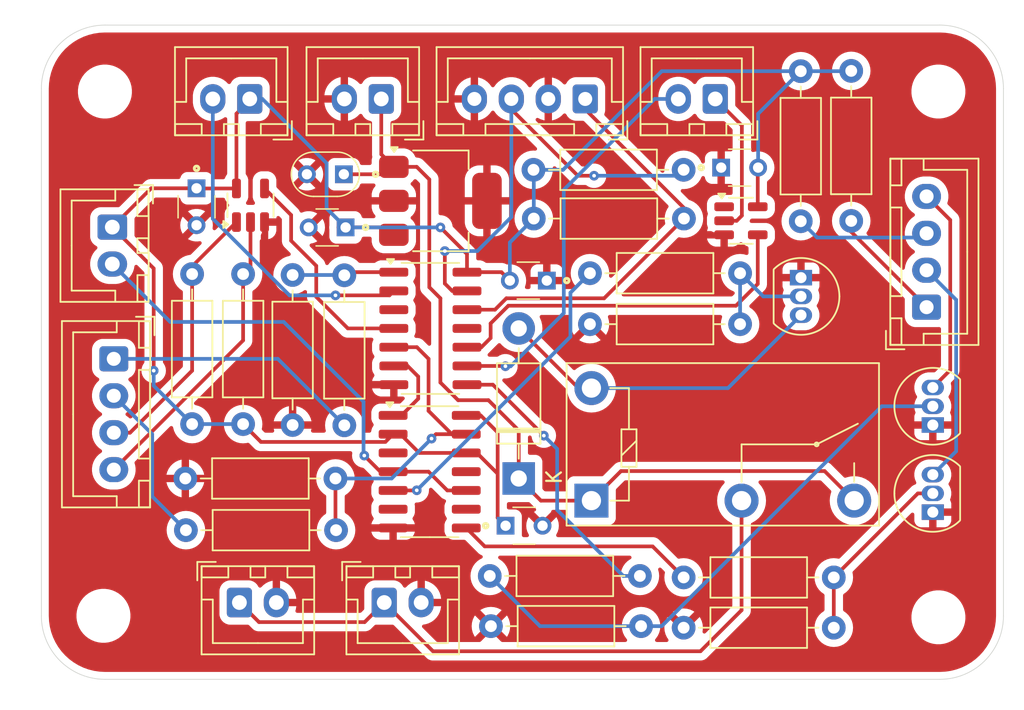
<source format=kicad_pcb>
(kicad_pcb (version 20240108) (generator "pcbnew") (generator_version "8.0")
  (layers (0 "F.Cu" signal) (31 "B.Cu" signal) (34 "B.Paste" user) (35 "F.Paste" user) (36 "B.SilkS" user "B.Silkscreen") (37 "F.SilkS" user "F.Silkscreen") (38 "B.Mask" user) (39 "F.Mask" user) (44 "Edge.Cuts" user))
  (net 0 "")
  (net 1 "Charger_12V+")
  (net 2 "AIR1_aux-")
  (net 3 "5V")
  (net 4 "AIRs+")
  (net 5 "Charger Safety")
  (net 6 "Charger Enable")
  (net 7 "OK_HS")
  (net 8 "charging leads interlock")
  (net 9 "Manual Reset")
  (net 10 "charger shutdown button")
  (net 11 "Net-(D1-A)")
  (net 12 "Net-(Q1-G)")
  (net 13 "IMD OK")
  (net 14 "Net-(U3A-~{R})")
  (net 16 "IMD_LED+")
  (net 17 "AMS OK")
  (net 18 "IMD_LED-")
  (net 19 "SAFE_LED-")
  (net 20 "SAFE_LED+")
  (net 21 "Net-(Q2-G)")
  (net 22 "Net-(Q3-G)")
  (net 23 "Net-(R9-Pad1)")
  (net 25 "Net-(U3B-~{Q})")
  (net 28 "AIR1_aux+")
  (net 29 "Net-(U3A-Q)")
  (net 30 "HVIL-")
  (net 31 "AIR2_aux+")
  (net 32 "Precharge_ON")
  (net 33 "Precharge_open")
  (net 34 "TS<60V")
  (footprint "Package_TO_SOT_SMD:SOT-23-5" (layer "F.Cu") (at 92.1375 93.05)
    (property "Reference" "U1" (hide yes))
    (property "Value" "SN74AHC1G04DBVRE4" (hide yes))
    (pad "1" smd roundrect (at -1.1375 -0.95) (size 1.325 0.6) (layers "F.Cu" "F.Paste" "F.Mask"))
    (pad "2" smd roundrect (at -1.1375 0) (size 1.325 0.6) (layers "F.Cu" "F.Paste" "F.Mask") (net 32 "Precharge_ON"))
    (pad "3" smd roundrect (at -1.1375 0.95) (size 1.325 0.6) (layers "F.Cu" "F.Paste" "F.Mask") (net 2 "AIR1_aux-"))
    (pad "4" smd roundrect (at 1.1375 0.95) (size 1.325 0.6) (layers "F.Cu" "F.Paste" "F.Mask") (net 33 "Precharge_open"))
    (pad "5" smd roundrect (at 1.1375 -0.95) (size 1.325 0.6) (layers "F.Cu" "F.Paste" "F.Mask") (net 3 "5V"))
  )
  (footprint "Connector_JST:JST_XH_B2B-XH-A_1x02_P2.50mm_Vertical" (layer "F.Cu") (at 58.9 84.8 180)
    (property "Reference" "J5" (hide yes))
    (property "Value" "Conn_01x02_Pin" (hide yes))
    (pad "1" thru_hole roundrect (at 0 0 180) (size 1.7 2) (drill 1) (layers "*.Cu" "*.Mask") (roundrect_rratio 0.147059) (net 3 "5V"))
    (pad "2" thru_hole oval (at 2.5 0 180) (size 1.7 2) (drill 1) (layers "*.Cu" "*.Mask") (net 10 "charger shutdown button"))
  )
  (footprint "Resistor_THT:R_Axial_DIN0207_L6.3mm_D2.5mm_P10.16mm_Horizontal" (layer "F.Cu") (at 54.58 114)
    (property "Reference" "R1" (hide yes))
    (property "Value" "10k" (hide yes))
    (pad "1" thru_hole circle (at 0 0) (size 1.6 1.6) (drill 0.8) (layers "*.Cu" "*.Mask") (net 7 "OK_HS"))
    (pad "2" thru_hole oval (at 10.16 0) (size 1.6 1.6) (drill 0.8) (layers "*.Cu" "*.Mask") (net 13 "IMD OK"))
  )
  (footprint "FA14_Capacitor:FA18X7R1H104KNU00" (layer "F.Cu") (at 65.3875 93.5 180)
    (property "Reference" "C2" (hide yes))
    (property "Value" "0.1u" (hide yes))
    (pad "1" thru_hole rect (at 0 0 180) (size 1.2 1.2) (drill 0.7) (layers "*.Cu" "*.Mask") (net 3 "5V"))
    (pad "2" thru_hole circle (at 2.5 0 180) (size 1.2 1.2) (drill 0.7) (layers "*.Cu" "*.Mask") (net 2 "AIR1_aux-"))
  )
  (footprint "Package_TO_SOT_SMD:SOT-223-3_TabPin2" (layer "F.Cu") (at 71.8 91.7)
    (property "Reference" "U5" (hide yes))
    (property "Value" "LM7805MPX/NOPB" (hide yes))
    (pad "1" smd roundrect (at -3.15 -2.3) (size 2 1.5) (layers "F.Cu" "F.Paste" "F.Mask") (net 1 "Charger_12V+"))
    (pad "2" smd roundrect (at -3.15 0) (size 2 1.5) (layers "F.Cu" "F.Paste" "F.Mask") (net 2 "AIR1_aux-"))
    (pad "2" smd roundrect (at 3.15 0) (size 2 3.8) (layers "F.Cu" "F.Paste" "F.Mask") (net 2 "AIR1_aux-"))
    (pad "3" smd roundrect (at -3.15 2.3) (size 2 1.5) (layers "F.Cu" "F.Paste" "F.Mask") (net 3 "5V"))
  )
  (footprint "Resistor_THT:R_Axial_DIN0207_L6.3mm_D2.5mm_P10.16mm_Horizontal" (layer "F.Cu") (at 55 106.8175 90)
    (property "Reference" "R3" (hide yes))
    (property "Value" "10k" (hide yes))
    (pad "1" thru_hole circle (at 0 0 90) (size 1.6 1.6) (drill 0.8) (layers "*.Cu" "*.Mask") (net 3 "5V"))
    (pad "2" thru_hole oval (at 10.16 0 90) (size 1.6 1.6) (drill 0.8) (layers "*.Cu" "*.Mask") (net 6 "Charger Enable"))
  )
  (footprint "Resistor_THT:R_Axial_DIN0207_L6.3mm_D2.5mm_P10.16mm_Horizontal" (layer "F.Cu") (at 75.22 120.5)
    (property "Reference" "R13" (hide yes))
    (property "Value" "10k" (hide yes))
    (pad "1" thru_hole circle (at 0 0) (size 1.6 1.6) (drill 0.8) (layers "*.Cu" "*.Mask") (net 2 "AIR1_aux-"))
    (pad "2" thru_hole oval (at 10.16 0) (size 1.6 1.6) (drill 0.8) (layers "*.Cu" "*.Mask") (net 21 "Net-(Q2-G)"))
  )
  (footprint "Connector_JST:JST_XH_B2B-XH-A_1x02_P2.50mm_Vertical" (layer "F.Cu") (at 58.2 118.9)
    (property "Reference" "J2" (hide yes))
    (property "Value" "Conn_01x02_Pin" (hide yes))
    (pad "1" thru_hole roundrect (at 0 0) (size 1.7 2) (drill 1) (layers "*.Cu" "*.Mask") (roundrect_rratio 0.147059) (net 4 "AIRs+"))
    (pad "2" thru_hole oval (at 2.5 0) (size 1.7 2) (drill 1) (layers "*.Cu" "*.Mask") (net 2 "AIR1_aux-"))
  )
  (footprint "Resistor_THT:R_Axial_DIN0207_L6.3mm_D2.5mm_P10.16mm_Horizontal" (layer "F.Cu") (at 64.7 110.5 180)
    (property "Reference" "R2" (hide yes))
    (property "Value" "10k" (hide yes))
    (pad "1" thru_hole circle (at 0 0 180) (size 1.6 1.6) (drill 0.8) (layers "*.Cu" "*.Mask") (net 13 "IMD OK"))
    (pad "2" thru_hole oval (at 10.16 0 180) (size 1.6 1.6) (drill 0.8) (layers "*.Cu" "*.Mask") (net 2 "AIR1_aux-"))
  )
  (footprint "Connector_JST:JST_XH_B4B-XH-A_1x04_P2.50mm_Vertical" (layer "F.Cu") (at 49.7 102.4 -90)
    (property "Reference" "J3" (hide yes))
    (property "Value" "Conn_01x04_Pin" (hide yes))
    (pad "1" thru_hole roundrect (at 0 0 270) (size 1.7 1.95) (drill 0.95) (layers "*.Cu" "*.Mask") (roundrect_rratio 0.147059) (net 30 "HVIL-"))
    (pad "2" thru_hole oval (at 2.5 0 270) (size 1.7 1.95) (drill 0.95) (layers "*.Cu" "*.Mask") (net 7 "OK_HS"))
    (pad "3" thru_hole oval (at 5 0 270) (size 1.7 1.95) (drill 0.95) (layers "*.Cu" "*.Mask") (net 6 "Charger Enable"))
    (pad "4" thru_hole oval (at 7.5 0 270) (size 1.7 1.95) (drill 0.95) (layers "*.Cu" "*.Mask") (net 5 "Charger Safety"))
  )
  (footprint "Resistor_THT:R_Axial_DIN0207_L6.3mm_D2.5mm_P10.16mm_Horizontal" (layer "F.Cu") (at 99.6 82.9 -90)
    (property "Reference" "R12" (hide yes))
    (property "Value" "200" (hide yes))
    (pad "1" thru_hole circle (at 0 0 270) (size 1.6 1.6) (drill 0.8) (layers "*.Cu" "*.Mask") (net 3 "5V"))
    (pad "2" thru_hole oval (at 10.16 0 270) (size 1.6 1.6) (drill 0.8) (layers "*.Cu" "*.Mask") (net 16 "IMD_LED+"))
  )
  (footprint "Resistor_THT:R_Axial_DIN0207_L6.3mm_D2.5mm_P10.16mm_Horizontal" (layer "F.Cu") (at 78.12 92.9)
    (property "Reference" "R15" (hide yes))
    (property "Value" "10k" (hide yes))
    (pad "1" thru_hole circle (at 0 0) (size 1.6 1.6) (drill 0.8) (layers "*.Cu" "*.Mask") (net 3 "5V"))
    (pad "2" thru_hole oval (at 10.16 0) (size 1.6 1.6) (drill 0.8) (layers "*.Cu" "*.Mask") (net 28 "AIR1_aux+"))
  )
  (footprint "Resistor_THT:R_Axial_DIN0207_L6.3mm_D2.5mm_P10.16mm_Horizontal" (layer "F.Cu") (at 88.26 117.2)
    (property "Reference" "R10" (hide yes))
    (property "Value" "100" (hide yes))
    (pad "1" thru_hole circle (at 0 0) (size 1.6 1.6) (drill 0.8) (layers "*.Cu" "*.Mask") (net 25 "Net-(U3B-~{Q})"))
    (pad "2" thru_hole oval (at 10.16 0) (size 1.6 1.6) (drill 0.8) (layers "*.Cu" "*.Mask") (net 22 "Net-(Q3-G)"))
  )
  (footprint "Diode_THT:D_DO-41_SOD81_P10.16mm_Horizontal" (layer "F.Cu") (at 77.1 110.5 90)
    (property "Reference" "D1" (hide yes))
    (property "Value" "1N4001" (hide yes))
    (fp_text user "K" (at 0.1 2.4 90) (layer "F.SilkS"))
    (pad "1" thru_hole rect (at 0 0 90) (size 2.2 2.2) (drill 1.1) (layers "*.Cu" "*.Mask") (net 1 "Charger_12V+"))
    (pad "2" thru_hole oval (at 10.16 0 90) (size 2.2 2.2) (drill 1.1) (layers "*.Cu" "*.Mask") (net 11 "Net-(D1-A)"))
  )
  (footprint "MountingHole:MountingHole_3.2mm_M3" (layer "F.Cu") (at 49.1 84.3)
    (property "Reference" "REF**" (hide yes))
    (property "Value" "MountingHole_3.2mm_M3" (hide yes))
    (pad "" np_thru_hole circle (at 0 0) (size 3.2 3.2) (drill 3.2) (layers "*.Cu" "*.Mask"))
  )
  (footprint "Package_TO_SOT_THT:TO-92_Inline" (layer "F.Cu") (at 105.12 106.88 90)
    (property "Reference" "Q2" (hide yes))
    (property "Value" "2N7000" (hide yes))
    (pad "1" thru_hole rect (at 0 0 90) (size 1.05 1.5) (drill 0.75) (layers "*.Cu" "*.Mask") (net 2 "AIR1_aux-"))
    (pad "2" thru_hole oval (at 1.27 0 90) (size 1.05 1.5) (drill 0.75) (layers "*.Cu" "*.Mask") (net 21 "Net-(Q2-G)"))
    (pad "3" thru_hole oval (at 2.54 0 90) (size 1.05 1.5) (drill 0.75) (layers "*.Cu" "*.Mask") (net 19 "SAFE_LED-"))
  )
  (footprint "Connector_JST:JST_XH_B2B-XH-A_1x02_P2.50mm_Vertical" (layer "F.Cu") (at 90.4 84.8 180)
    (property "Reference" "J9" (hide yes))
    (property "Value" "Conn_01x02_Pin" (hide yes))
    (pad "1" thru_hole roundrect (at 0 0 180) (size 1.7 2) (drill 1) (layers "*.Cu" "*.Mask") (roundrect_rratio 0.147059) (net 32 "Precharge_ON"))
    (pad "2" thru_hole oval (at 2.5 0 180) (size 1.7 2) (drill 1) (layers "*.Cu" "*.Mask") (net 34 "TS<60V"))
  )
  (footprint "FA14_Capacitor:FA18X7R1H104KNU00" (layer "F.Cu") (at 90.8 89.45)
    (property "Reference" "C3" (hide yes))
    (property "Value" "0.1u" (hide yes))
    (pad "1" thru_hole rect (at 0 0) (size 1.2 1.2) (drill 0.7) (layers "*.Cu" "*.Mask") (net 2 "AIR1_aux-"))
    (pad "2" thru_hole circle (at 2.5 0) (size 1.2 1.2) (drill 0.7) (layers "*.Cu" "*.Mask") (net 3 "5V"))
  )
  (footprint "Connector_JST:JST_XH_B2B-XH-A_1x02_P2.50mm_Vertical" (layer "F.Cu") (at 49.6 93.48 -90)
    (property "Reference" "J4" (hide yes))
    (property "Value" "Conn_01x02_Pin" (hide yes))
    (pad "1" thru_hole roundrect (at 0 0 270) (size 1.7 2) (drill 1) (layers "*.Cu" "*.Mask") (roundrect_rratio 0.147059) (net 3 "5V"))
    (pad "2" thru_hole oval (at 2.5 0 270) (size 1.7 2) (drill 1) (layers "*.Cu" "*.Mask") (net 9 "Manual Reset"))
  )
  (footprint "Resistor_THT:R_Axial_DIN0207_L6.3mm_D2.5mm_P10.16mm_Horizontal" (layer "F.Cu") (at 65.3 106.9 90)
    (property "Reference" "R7" (hide yes))
    (property "Value" "6.8k" (hide yes))
    (pad "1" thru_hole circle (at 0 0 90) (size 1.6 1.6) (drill 0.8) (layers "*.Cu" "*.Mask") (net 30 "HVIL-"))
    (pad "2" thru_hole oval (at 10.16 0 90) (size 1.6 1.6) (drill 0.8) (layers "*.Cu" "*.Mask") (net 8 "charging leads interlock"))
  )
  (footprint "Package_TO_SOT_THT:TO-92_Inline" (layer "F.Cu") (at 96.2 96.9 -90)
    (property "Reference" "Q1" (hide yes))
    (property "Value" "2N7000" (hide yes))
    (pad "1" thru_hole rect (at 0 0 270) (size 1.05 1.5) (drill 0.75) (layers "*.Cu" "*.Mask") (net 2 "AIR1_aux-"))
    (pad "2" thru_hole oval (at 1.27 0 270) (size 1.05 1.5) (drill 0.75) (layers "*.Cu" "*.Mask") (net 12 "Net-(Q1-G)"))
    (pad "3" thru_hole oval (at 2.54 0 270) (size 1.05 1.5) (drill 0.75) (layers "*.Cu" "*.Mask") (net 11 "Net-(D1-A)"))
  )
  (footprint "Package_SO:SOIC-14_3.9x8.7mm_P1.27mm" (layer "F.Cu") (at 71.075 110.04)
    (property "Reference" "U3" (hide yes))
    (property "Value" "MC74HC74ADG" (hide yes))
    (pad "1" smd roundrect (at -2.475 -3.81) (size 1.95 0.6) (layers "F.Cu" "F.Paste" "F.Mask") (net 14 "Net-(U3A-~{R})"))
    (pad "2" smd roundrect (at -2.475 -2.54) (size 1.95 0.6) (layers "F.Cu" "F.Paste" "F.Mask") (net 3 "5V"))
    (pad "3" smd roundrect (at -2.475 -1.27) (size 1.95 0.6) (layers "F.Cu" "F.Paste" "F.Mask"))
    (pad "4" smd roundrect (at -2.475 0) (size 1.95 0.6) (layers "F.Cu" "F.Paste" "F.Mask") (net 9 "Manual Reset"))
    (pad "5" smd roundrect (at -2.475 1.27) (size 1.95 0.6) (layers "F.Cu" "F.Paste" "F.Mask") (net 29 "Net-(U3A-Q)"))
    (pad "6" smd roundrect (at -2.475 2.54) (size 1.95 0.6) (layers "F.Cu" "F.Paste" "F.Mask"))
    (pad "7" smd roundrect (at -2.475 3.81) (size 1.95 0.6) (layers "F.Cu" "F.Paste" "F.Mask") (net 2 "AIR1_aux-"))
    (pad "8" smd roundrect (at 2.475 3.81) (size 1.95 0.6) (layers "F.Cu" "F.Paste" "F.Mask") (net 25 "Net-(U3B-~{Q})"))
    (pad "9" smd roundrect (at 2.475 2.54) (size 1.95 0.6) (layers "F.Cu" "F.Paste" "F.Mask"))
    (pad "10" smd roundrect (at 2.475 1.27) (size 1.95 0.6) (layers "F.Cu" "F.Paste" "F.Mask") (net 9 "Manual Reset"))
    (pad "11" smd roundrect (at 2.475 0) (size 1.95 0.6) (layers "F.Cu" "F.Paste" "F.Mask"))
    (pad "12" smd roundrect (at 2.475 -1.27) (size 1.95 0.6) (layers "F.Cu" "F.Paste" "F.Mask") (net 3 "5V"))
    (pad "13" smd roundrect (at 2.475 -2.54) (size 1.95 0.6) (layers "F.Cu" "F.Paste" "F.Mask") (net 13 "IMD OK"))
    (pad "14" smd roundrect (at 2.475 -3.81) (size 1.95 0.6) (layers "F.Cu" "F.Paste" "F.Mask") (net 3 "5V"))
  )
  (footprint "Resistor_THT:R_Axial_DIN0207_L6.3mm_D2.5mm_P10.16mm_Horizontal" (layer "F.Cu") (at 96.185 82.92 -90)
    (property "Reference" "R14" (hide yes))
    (property "Value" "200" (hide yes))
    (pad "1" thru_hole circle (at 0 0 270) (size 1.6 1.6) (drill 0.8) (layers "*.Cu" "*.Mask") (net 3 "5V"))
    (pad "2" thru_hole oval (at 10.16 0 270) (size 1.6 1.6) (drill 0.8) (layers "*.Cu" "*.Mask") (net 20 "SAFE_LED+"))
  )
  (footprint "Resistor_THT:R_Axial_DIN0207_L6.3mm_D2.5mm_P10.16mm_Horizontal" (layer "F.Cu") (at 85.3 117.1 180)
    (property "Reference" "R9" (hide yes))
    (property "Value" "100" (hide yes))
    (pad "1" thru_hole circle (at 0 0 180) (size 1.6 1.6) (drill 0.8) (layers "*.Cu" "*.Mask") (net 23 "Net-(R9-Pad1)"))
    (pad "2" thru_hole oval (at 10.16 0 180) (size 1.6 1.6) (drill 0.8) (layers "*.Cu" "*.Mask") (net 21 "Net-(Q2-G)"))
  )
  (footprint "Package_TO_SOT_THT:TO-92_Inline" (layer "F.Cu") (at 105.12 112.78 90)
    (property "Reference" "Q3" (hide yes))
    (property "Value" "2N7000" (hide yes))
    (pad "1" thru_hole rect (at 0 0 90) (size 1.05 1.5) (drill 0.75) (layers "*.Cu" "*.Mask") (net 2 "AIR1_aux-"))
    (pad "2" thru_hole oval (at 1.27 0 90) (size 1.05 1.5) (drill 0.75) (layers "*.Cu" "*.Mask") (net 22 "Net-(Q3-G)"))
    (pad "3" thru_hole oval (at 2.54 0 90) (size 1.05 1.5) (drill 0.75) (layers "*.Cu" "*.Mask") (net 18 "IMD_LED-"))
  )
  (footprint "Resistor_THT:R_Axial_DIN0207_L6.3mm_D2.5mm_P10.16mm_Horizontal" (layer "F.Cu") (at 81.92 96.6)
    (property "Reference" "R5" (hide yes))
    (property "Value" "100" (hide yes))
    (pad "1" thru_hole circle (at 0 0) (size 1.6 1.6) (drill 0.8) (layers "*.Cu" "*.Mask") (net 29 "Net-(U3A-Q)"))
    (pad "2" thru_hole oval (at 10.16 0) (size 1.6 1.6) (drill 0.8) (layers "*.Cu" "*.Mask") (net 12 "Net-(Q1-G)"))
  )
  (footprint "FA14_Capacitor:FA18X7R1H104KNU00" (layer "F.Cu") (at 55.3 90.85 -90)
    (property "Reference" "C4" (hide yes))
    (property "Value" "0.1u" (hide yes))
    (pad "1" thru_hole rect (at 0 0 270) (size 1.2 1.2) (drill 0.7) (layers "*.Cu" "*.Mask") (net 3 "5V"))
    (pad "2" thru_hole circle (at 2.5 0 270) (size 1.2 1.2) (drill 0.7) (layers "*.Cu" "*.Mask") (net 2 "AIR1_aux-"))
  )
  (footprint "Connector_JST:JST_XH_B2B-XH-A_1x02_P2.50mm_Vertical" (layer "F.Cu") (at 68 118.9)
    (property "Reference" "J6" (hide yes))
    (property "Value" "Conn_01x02_Pin" (hide yes))
    (pad "1" thru_hole roundrect (at 0 0) (size 1.7 2) (drill 1) (layers "*.Cu" "*.Mask") (roundrect_rratio 0.147059) (net 4 "AIRs+"))
    (pad "2" thru_hole oval (at 2.5 0) (size 1.7 2) (drill 1) (layers "*.Cu" "*.Mask") (net 2 "AIR1_aux-"))
  )
  (footprint "Package_SO:SOIC-14_3.9x8.7mm_P1.27mm" (layer "F.Cu") (at 71.125 100.34)
    (property "Reference" "U2" (hide yes))
    (property "Value" "SN74LS21DR" (hide yes))
    (pad "1" smd roundrect (at -2.475 -3.81) (size 1.95 0.6) (layers "F.Cu" "F.Paste" "F.Mask") (net 8 "charging leads interlock"))
    (pad "2" smd roundrect (at -2.475 -2.54) (size 1.95 0.6) (layers "F.Cu" "F.Paste" "F.Mask") (net 10 "charger shutdown button"))
    (pad "3" smd roundrect (at -2.475 -1.27) (size 1.95 0.6) (layers "F.Cu" "F.Paste" "F.Mask"))
    (pad "4" smd roundrect (at -2.475 0) (size 1.95 0.6) (layers "F.Cu" "F.Paste" "F.Mask") (net 17 "AMS OK"))
    (pad "5" smd roundrect (at -2.475 1.27) (size 1.95 0.6) (layers "F.Cu" "F.Paste" "F.Mask") (net 13 "IMD OK"))
    (pad "6" smd roundrect (at -2.475 2.54) (size 1.95 0.6) (layers "F.Cu" "F.Paste" "F.Mask") (net 14 "Net-(U3A-~{R})"))
    (pad "7" smd roundrect (at -2.475 3.81) (size 1.95 0.6) (layers "F.Cu" "F.Paste" "F.Mask") (net 2 "AIR1_aux-"))
    (pad "8" smd roundrect (at 2.475 3.81) (size 1.95 0.6) (layers "F.Cu" "F.Paste" "F.Mask") (net 23 "Net-(R9-Pad1)"))
    (pad "9" smd roundrect (at 2.475 2.54) (size 1.95 0.6) (layers "F.Cu" "F.Paste" "F.Mask") (net 34 "TS<60V"))
    (pad "10" smd roundrect (at 2.475 1.27) (size 1.95 0.6) (layers "F.Cu" "F.Paste" "F.Mask") (net 33 "Precharge_open"))
    (pad "11" smd roundrect (at 2.475 0) (size 1.95 0.6) (layers "F.Cu" "F.Paste" "F.Mask"))
    (pad "12" smd roundrect (at 2.475 -1.27) (size 1.95 0.6) (layers "F.Cu" "F.Paste" "F.Mask") (net 28 "AIR1_aux+"))
    (pad "13" smd roundrect (at 2.475 -2.54) (size 1.95 0.6) (layers "F.Cu" "F.Paste" "F.Mask") (net 31 "AIR2_aux+"))
    (pad "14" smd roundrect (at 2.475 -3.81) (size 1.95 0.6) (layers "F.Cu" "F.Paste" "F.Mask") (net 3 "5V"))
  )
  (footprint "Resistor_THT:R_Axial_DIN0207_L6.3mm_D2.5mm_P10.16mm_Horizontal" (layer "F.Cu") (at 61.8 96.72 -90)
    (property "Reference" "R8" (hide yes))
    (property "Value" "4.7k" (hide yes))
    (pad "1" thru_hole circle (at 0 0 270) (size 1.6 1.6) (drill 0.8) (layers "*.Cu" "*.Mask") (net 8 "charging leads interlock"))
    (pad "2" thru_hole oval (at 10.16 0 270) (size 1.6 1.6) (drill 0.8) (layers "*.Cu" "*.Mask") (net 2 "AIR1_aux-"))
  )
  (footprint "Relay_THT:Relay_SPST_Omron-G5Q-1A" (layer "F.Cu") (at 82.02 112)
    (property "Reference" "K1" (hide yes))
    (property "Value" "G5Q1A4DC12" (hide yes))
    (pad "1" thru_hole rect (at 0 0 180) (size 2.3 2.3) (drill 1.3) (layers "*.Cu" "*.Mask") (net 1 "Charger_12V+"))
    (pad "2" thru_hole circle (at 10.16 0 180) (size 2.3 2.3) (drill 1.3) (layers "*.Cu" "*.Mask") (net 4 "AIRs+"))
    (pad "3" thru_hole circle (at 17.78 0 180) (size 2.3 2.3) (drill 1.3) (layers "*.Cu" "*.Mask") (net 1 "Charger_12V+"))
    (pad "5" thru_hole circle (at 0 -7.62 180) (size 2.3 2.3) (drill 1.3) (layers "*.Cu" "*.Mask") (net 11 "Net-(D1-A)"))
  )
  (footprint "Resistor_THT:R_Axial_DIN0207_L6.3mm_D2.5mm_P10.16mm_Horizontal" (layer "F.Cu") (at 81.92 100.05)
    (property "Reference" "R6" (hide yes))
    (property "Value" "10k" (hide yes))
    (pad "1" thru_hole circle (at 0 0) (size 1.6 1.6) (drill 0.8) (layers "*.Cu" "*.Mask") (net 2 "AIR1_aux-"))
    (pad "2" thru_hole oval (at 10.16 0) (size 1.6 1.6) (drill 0.8) (layers "*.Cu" "*.Mask") (net 12 "Net-(Q1-G)"))
  )
  (footprint "Resistor_THT:R_Axial_DIN0207_L6.3mm_D2.5mm_P10.16mm_Horizontal" (layer "F.Cu") (at 88.26 120.605)
    (property "Reference" "R11" (hide yes))
    (property "Value" "10k" (hide yes))
    (pad "1" thru_hole circle (at 0 0) (size 1.6 1.6) (drill 0.8) (layers "*.Cu" "*.Mask") (net 2 "AIR1_aux-"))
    (pad "2" thru_hole oval (at 10.16 0) (size 1.6 1.6) (drill 0.8) (layers "*.Cu" "*.Mask") (net 22 "Net-(Q3-G)"))
  )
  (footprint "MountingHole:MountingHole_3.2mm_M3" (layer "F.Cu") (at 49 119.8)
    (property "Reference" "REF**" (hide yes))
    (property "Value" "MountingHole_3.2mm_M3" (hide yes))
    (pad "" np_thru_hole circle (at 0 0) (size 3.2 3.2) (drill 3.2) (layers "*.Cu" "*.Mask"))
  )
  (footprint "Resistor_THT:R_Axial_DIN0207_L6.3mm_D2.5mm_P10.16mm_Horizontal" (layer "F.Cu") (at 78.1 89.6)
    (property "Reference" "R16" (hide yes))
    (property "Value" "10k" (hide yes))
    (pad "1" thru_hole circle (at 0 0) (size 1.6 1.6) (drill 0.8) (layers "*.Cu" "*.Mask") (net 3 "5V"))
    (pad "2" thru_hole oval (at 10.16 0) (size 1.6 1.6) (drill 0.8) (layers "*.Cu" "*.Mask") (net 31 "AIR2_aux+"))
  )
  (footprint "Resistor_THT:R_Axial_DIN0207_L6.3mm_D2.5mm_P10.16mm_Horizontal" (layer "F.Cu") (at 58.45 106.8175 90)
    (property "Reference" "R4" (hide yes))
    (property "Value" "10k" (hide yes))
    (pad "1" thru_hole circle (at 0 0 90) (size 1.6 1.6) (drill 0.8) (layers "*.Cu" "*.Mask") (net 3 "5V"))
    (pad "2" thru_hole oval (at 10.16 0 90) (size 1.6 1.6) (drill 0.8) (layers "*.Cu" "*.Mask") (net 5 "Charger Safety"))
  )
  (footprint "MountingHole:MountingHole_3.2mm_M3" (layer "F.Cu") (at 105.5 119.9)
    (property "Reference" "REF**" (hide yes))
    (property "Value" "MountingHole_3.2mm_M3" (hide yes))
    (pad "" np_thru_hole circle (at 0 0) (size 3.2 3.2) (drill 3.2) (layers "*.Cu" "*.Mask"))
  )
  (footprint "Connector_JST:JST_XH_B4B-XH-A_1x04_P2.50mm_Vertical" (layer "F.Cu") (at 81.6 84.8 180)
    (property "Reference" "J8" (hide yes))
    (property "Value" "Conn_01x04_Pin" (hide yes))
    (pad "1" thru_hole roundrect (at 0 0 180) (size 1.7 1.95) (drill 0.95) (layers "*.Cu" "*.Mask") (roundrect_rratio 0.147059) (net 28 "AIR1_aux+"))
    (pad "2" thru_hole oval (at 2.5 0 180) (size 1.7 1.95) (drill 0.95) (layers "*.Cu" "*.Mask") (net 2 "AIR1_aux-"))
    (pad "3" thru_hole oval (at 5 0 180) (size 1.7 1.95) (drill 0.95) (layers "*.Cu" "*.Mask") (net 31 "AIR2_aux+"))
    (pad "4" thru_hole oval (at 7.5 0 180) (size 1.7 1.95) (drill 0.95) (layers "*.Cu" "*.Mask") (net 2 "AIR1_aux-"))
  )
  (footprint "FA14_Capacitor:FA18X7R1H104KNU00" (layer "F.Cu") (at 76.2125 113.7)
    (property "Reference" "C6" (hide yes))
    (property "Value" "0.1u" (hide yes))
    (pad "1" thru_hole rect (at 0 0) (size 1.2 1.2) (drill 0.7) (layers "*.Cu" "*.Mask") (net 3 "5V"))
    (pad "2" thru_hole circle (at 2.5 0) (size 1.2 1.2) (drill 0.7) (layers "*.Cu" "*.Mask") (net 2 "AIR1_aux-"))
  )
  (footprint "FA14_Capacitor:FA14X7R1H224KNU00" (layer "F.Cu") (at 65.2675 89.9 180)
    (property "Reference" "C1" (hide yes))
    (property "Value" "0.22u" (hide yes))
    (pad "1" thru_hole rect (at 0 0 180) (size 1.2 1.2) (drill 0.7) (layers "*.Cu" "*.Mask") (net 1 "Charger_12V+"))
    (pad "2" thru_hole circle (at 2.5 0 180) (size 1.2 1.2) (drill 0.7) (layers "*.Cu" "*.Mask") (net 2 "AIR1_aux-"))
  )
  (footprint "FA14_Capacitor:FA18X7R1H104KNU00" (layer "F.Cu") (at 79 97.1 180)
    (property "Reference" "C5" (hide yes))
    (property "Value" "0.1u" (hide yes))
    (pad "1" thru_hole rect (at 0 0 180) (size 1.2 1.2) (drill 0.7) (layers "*.Cu" "*.Mask") (net 2 "AIR1_aux-"))
    (pad "2" thru_hole circle (at 2.5 0 180) (size 1.2 1.2) (drill 0.7) (layers "*.Cu" "*.Mask") (net 3 "5V"))
  )
  (footprint "Connector_JST:JST_XH_B2B-XH-A_1x02_P2.50mm_Vertical" (layer "F.Cu") (at 67.8 84.8 180)
    (property "Reference" "J1" (hide yes))
    (property "Value" "Conn_01x02_Pin" (hide yes))
    (pad "1" thru_hole roundrect (at 0 0 180) (size 1.7 2) (drill 1) (layers "*.Cu" "*.Mask") (roundrect_rratio 0.147059) (net 1 "Charger_12V+"))
    (pad "2" thru_hole oval (at 2.5 0 180) (size 1.7 2) (drill 1) (layers "*.Cu" "*.Mask") (net 2 "AIR1_aux-"))
  )
  (footprint "MountingHole:MountingHole_3.2mm_M3" (layer "F.Cu") (at 105.5 84.3)
    (property "Reference" "REF**" (hide yes))
    (property "Value" "MountingHole_3.2mm_M3" (hide yes))
    (pad "" np_thru_hole circle (at 0 0) (size 3.2 3.2) (drill 3.2) (layers "*.Cu" "*.Mask"))
  )
  (footprint "Package_TO_SOT_SMD:SOT-23-5" (layer "F.Cu") (at 58.95 92 90)
    (property "Reference" "U6" (hide yes))
    (property "Value" "SN74AHC1G02DBVR" (hide yes))
    (pad "1" smd roundrect (at -1.1375 -0.95 90) (size 1.325 0.6) (layers "F.Cu" "F.Paste" "F.Mask") (net 6 "Charger Enable"))
    (pad "2" smd roundrect (at -1.1375 0 90) (size 1.325 0.6) (layers "F.Cu" "F.Paste" "F.Mask") (net 5 "Charger Safety"))
    (pad "3" smd roundrect (at -1.1375 0.95 90) (size 1.325 0.6) (layers "F.Cu" "F.Paste" "F.Mask") (net 2 "AIR1_aux-"))
    (pad "4" smd roundrect (at 1.1375 0.95 90) (size 1.325 0.6) (layers "F.Cu" "F.Paste" "F.Mask") (net 17 "AMS OK"))
    (pad "5" smd roundrect (at 1.1375 -0.95 90) (size 1.325 0.6) (layers "F.Cu" "F.Paste" "F.Mask") (net 3 "5V"))
  )
  (footprint "Connector_JST:JST_XH_B4B-XH-A_1x04_P2.50mm_Vertical" (layer "F.Cu") (at 104.7 98.9 90)
    (property "Reference" "J7" (hide yes))
    (property "Value" "Conn_01x04_Pin" (hide yes))
    (pad "1" thru_hole roundrect (at 0 0 90) (size 1.7 1.95) (drill 0.95) (layers "*.Cu" "*.Mask") (roundrect_rratio 0.147059) (net 16 "IMD_LED+"))
    (pad "2" thru_hole oval (at 2.5 0 90) (size 1.7 1.95) (drill 0.95) (layers "*.Cu" "*.Mask") (net 18 "IMD_LED-"))
    (pad "3" thru_hole oval (at 5 0 90) (size 1.7 1.95) (drill 0.95) (layers "*.Cu" "*.Mask") (net 20 "SAFE_LED+"))
    (pad "4" thru_hole oval (at 7.5 0 90) (size 1.7 1.95) (drill 0.95) (layers "*.Cu" "*.Mask") (net 19 "SAFE_LED-"))
  )
  (gr_line (start 105.6 124.1) (end 49.1 124.1) (stroke (width 0.05)) (layer "Edge.Cuts"))
  (gr_line (start 49.1 79.8) (end 105.6 79.8) (stroke (width 0.05)) (layer "Edge.Cuts"))
  (gr_line (start 44.8 119.8) (end 44.8 84.1) (stroke (width 0.05)) (layer "Edge.Cuts"))
  (gr_line (start 109.9 84.1) (end 109.9 119.8) (stroke (width 0.05)) (layer "Edge.Cuts"))
  (gr_arc (start 109.9 119.8) (mid 108.640559 122.840559) (end 105.6 124.1) (stroke (width 0.05)) (layer "Edge.Cuts"))
  (gr_arc (start 105.6 79.8) (mid 108.640559 81.059441) (end 109.9 84.1) (stroke (width 0.05)) (layer "Edge.Cuts"))
  (gr_arc (start 49.1 124.1) (mid 46.059441 122.840559) (end 44.8 119.8) (stroke (width 0.05)) (layer "Edge.Cuts"))
  (gr_arc (start 44.8 84.1) (mid 46.059441 81.059441) (end 49.1 79.8) (stroke (width 0.05)) (layer "Edge.Cuts"))
  (segment (start 70.2 89.4) (end 71.05 90.25) (width 0.25) (layer "F.Cu") (net 1))
  (segment (start 65.4675 89.9) (end 68.15 89.9) (width 0.25) (layer "F.Cu") (net 1))
  (segment (start 97.8 110) (end 99.8 112) (width 0.25) (layer "F.Cu") (net 1))
  (segment (start 71.8 98.3) (end 71.8 104.000908) (width 0.25) (layer "F.Cu") (net 1))
  (segment (start 67.8 84.8) (end 67.8 88.55) (width 0.25) (layer "F.Cu") (net 1))
  (segment (start 75.050908 105.2) (end 77.1 107.249092) (width 0.25) (layer "F.Cu") (net 1))
  (segment (start 77.1 107.249092) (end 77.1 110.5) (width 0.25) (layer "F.Cu") (net 1))
  (segment (start 78.6 112) (end 77.1 110.5) (width 0.25) (layer "F.Cu") (net 1))
  (segment (start 71.8 104.000908) (end 72.999092 105.2) (width 0.25) (layer "F.Cu") (net 1))
  (segment (start 84.02 110) (end 97.8 110) (width 0.25) (layer "F.Cu") (net 1))
  (segment (start 72.999092 105.2) (end 75.050908 105.2) (width 0.25) (layer "F.Cu") (net 1))
  (segment (start 82.02 112) (end 78.6 112) (width 0.25) (layer "F.Cu") (net 1))
  (segment (start 68.65 89.4) (end 70.2 89.4) (width 0.25) (layer "F.Cu") (net 1))
  (segment (start 82.02 112) (end 84.02 110) (width 0.25) (layer "F.Cu") (net 1))
  (segment (start 67.8 88.55) (end 68.65 89.4) (width 0.25) (layer "F.Cu") (net 1))
  (segment (start 71.05 97.55) (end 71.8 98.3) (width 0.25) (layer "F.Cu") (net 1))
  (segment (start 71.05 90.25) (end 71.05 97.55) (width 0.25) (layer "F.Cu") (net 1))
  (segment (start 68.15 89.9) (end 68.65 89.4) (width 0.25) (layer "F.Cu") (net 1))
  (segment (start 64.9 93.5) (end 65.3875 93.5) (width 0.25) (layer "F.Cu") (net 3))
  (segment (start 58.9 84.8) (end 58.9 84.9) (width 0.25) (layer "F.Cu") (net 3))
  (segment (start 58 85.8) (end 58 90.8625) (width 0.25) (layer "F.Cu") (net 3))
  (segment (start 73.55 108.77) (end 70.366396 108.77) (width 0.25) (layer "F.Cu") (net 3))
  (segment (start 68.6 107.5) (end 68.075 108.025) (width 0.25) (layer "F.Cu") (net 3))
  (segment (start 75.93 96.53) (end 76.5 97.1) (width 0.25) (layer "F.Cu") (net 3))
  (segment (start 75.675 113.1625) (end 75.675 110.175) (width 0.25) (layer "F.Cu") (net 3))
  (segment (start 73.6 95.3) (end 73.6 96.53) (width 0.25) (layer "F.Cu") (net 3))
  (segment (start 69.096396 107.5) (end 68.6 107.5) (width 0.25) (layer "F.Cu") (net 3))
  (segment (start 58 90.8625) (end 55.3125 90.8625) (width 0.25) (layer "F.Cu") (net 3))
  (segment (start 73.55 106.23) (end 74.524999 106.23) (width 0.25) (layer "F.Cu") (net 3))
  (segment (start 74.524999 106.23) (end 75.675 107.380001) (width 0.25) (layer "F.Cu") (net 3))
  (segment (start 93.275 92.1) (end 93.275 89.475) (width 0.25) (layer "F.Cu") (net 3))
  (segment (start 49.6 93.48) (end 52.4 96.28) (width 0.25) (layer "F.Cu") (net 3))
  (segment (start 93.2 89.55) (end 93.3 89.45) (width 0.25) (layer "F.Cu") (net 3))
  (segment (start 59.6575 108.025) (end 58.45 106.8175) (width 0.25) (layer "F.Cu") (net 3))
  (segment (start 55.3 90.85) (end 52.23 90.85) (width 0.25) (layer "F.Cu") (net 3))
  (segment (start 52.23 90.85) (end 49.6 93.48) (width 0.25) (layer "F.Cu") (net 3))
  (segment (start 73.6 96.53) (end 75.93 96.53) (width 0.25) (layer "F.Cu") (net 3))
  (segment (start 76.2125 113.7) (end 75.675 113.1625) (width 0.25) (layer "F.Cu") (net 3))
  (segment (start 68.15 93.5) (end 68.65 94) (width 0.25) (layer "F.Cu") (net 3))
  (segment (start 70.366396 108.77) (end 69.096396 107.5) (width 0.25) (layer "F.Cu") (net 3))
  (segment (start 68.075 108.025) (end 59.6575 108.025) (width 0.25) (layer "F.Cu") (net 3))
  (segment (start 55.3125 90.8625) (end 55.3 90.85) (width 0.25) (layer "F.Cu") (net 3))
  (segment (start 65.3875 93.5) (end 68.15 93.5) (width 0.25) (layer "F.Cu") (net 3))
  (segment (start 75.675 110.175) (end 74.27 108.77) (width 0.25) (layer "F.Cu") (net 3))
  (segment (start 74.27 108.77) (end 73.55 108.77) (width 0.25) (layer "F.Cu") (net 3))
  (segment (start 52.4 96.28) (end 52.4 103.2) (width 0.25) (layer "F.Cu") (net 3))
  (segment (start 58.9 84.9) (end 58 85.8) (width 0.25) (layer "F.Cu") (net 3))
  (segment (start 99.58 82.92) (end 99.6 82.9) (width 0.25) (layer "F.Cu") (net 3))
  (segment (start 71.8 93.5) (end 73.6 95.3) (width 0.25) (layer "F.Cu") (net 3))
  (segment (start 75.675 107.380001) (end 75.675 110.175) (width 0.25) (layer "F.Cu") (net 3))
  (segment (start 93.275 89.475) (end 93.3 89.45) (width 0.25) (layer "F.Cu") (net 3))
  (via (at 71.8 93.5) (size 0.65) (drill 0.25) (layers "F.Cu" "B.Cu") (net 3))
  (via (at 52.4 103.2) (size 0.65) (drill 0.25) (layers "F.Cu" "B.Cu") (net 3))
  (segment (start 78.12 89.62) (end 78.1 89.6) (width 0.25) (layer "B.Cu") (net 3))
  (segment (start 52.4 103.2) (end 52.4 104.2175) (width 0.25) (layer "B.Cu") (net 3))
  (segment (start 86.78 82.92) (end 96.185 82.92) (width 0.25) (layer "B.Cu") (net 3))
  (segment (start 58.9 84.8) (end 59.75 84.8) (width 0.25) (layer "B.Cu") (net 3))
  (segment (start 80.1 89.6) (end 86.78 82.92) (width 0.25) (layer "B.Cu") (net 3))
  (segment (start 76.5 94.52) (end 78.12 92.9) (width 0.25) (layer "B.Cu") (net 3))
  (segment (start 71.8 93.5) (end 65.3875 93.5) (width 0.25) (layer "B.Cu") (net 3))
  (segment (start 64.1 92.2125) (end 65.3875 93.5) (width 0.25) (layer "B.Cu") (net 3))
  (segment (start 78.12 92.9) (end 78.12 89.62) (width 0.25) (layer "B.Cu") (net 3))
  (segment (start 52.4 104.2175) (end 55 106.8175) (width 0.25) (layer "B.Cu") (net 3))
  (segment (start 59.75 84.8) (end 64.1 89.15) (width 0.25) (layer "B.Cu") (net 3))
  (segment (start 78.1 89.6) (end 80.1 89.6) (width 0.25) (layer "B.Cu") (net 3))
  (segment (start 64.1 89.15) (end 64.1 92.2125) (width 0.25) (layer "B.Cu") (net 3))
  (segment (start 93.3 89.45) (end 93.3 85.805) (width 0.25) (layer "B.Cu") (net 3))
  (segment (start 96.185 82.92) (end 99.58 82.92) (width 0.25) (layer "B.Cu") (net 3))
  (segment (start 93.3 85.805) (end 96.185 82.92) (width 0.25) (layer "B.Cu") (net 3))
  (segment (start 76.5 97.1) (end 76.5 94.52) (width 0.25) (layer "B.Cu") (net 3))
  (segment (start 55 106.8175) (end 58.45 106.8175) (width 0.25) (layer "B.Cu") (net 3))
  (segment (start 92.18 119.42) (end 89.4 122.2) (width 0.25) (layer "F.Cu") (net 4))
  (segment (start 58.2 118.9) (end 59.525 120.225) (width 0.25) (layer "F.Cu") (net 4))
  (segment (start 89.4 122.2) (end 71.3 122.2) (width 0.25) (layer "F.Cu") (net 4))
  (segment (start 92.18 112) (end 92.18 119.42) (width 0.25) (layer "F.Cu") (net 4))
  (segment (start 59.525 120.225) (end 66.675 120.225) (width 0.25) (layer "F.Cu") (net 4))
  (segment (start 71.3 122.2) (end 68 118.9) (width 0.25) (layer "F.Cu") (net 4))
  (segment (start 66.675 120.225) (end 68 118.9) (width 0.25) (layer "F.Cu") (net 4))
  (segment (start 49.7 109.9) (end 58.45 101.15) (width 0.25) (layer "F.Cu") (net 5))
  (segment (start 58.95 93.1375) (end 58.95 96.1575) (width 0.25) (layer "F.Cu") (net 5))
  (segment (start 58.95 96.1575) (end 58.45 96.6575) (width 0.25) (layer "F.Cu") (net 5))
  (segment (start 58.45 101.15) (end 58.45 96.6575) (width 0.25) (layer "F.Cu") (net 5))
  (segment (start 55 96.1375) (end 55 96.6575) (width 0.25) (layer "F.Cu") (net 6))
  (segment (start 55 103.2) (end 55 96.6575) (width 0.25) (layer "F.Cu") (net 6))
  (segment (start 58 93.1375) (end 55 96.1375) (width 0.25) (layer "F.Cu") (net 6))
  (segment (start 49.7 107.4) (end 50.8 107.4) (width 0.25) (layer "F.Cu") (net 6))
  (segment (start 50.8 107.4) (end 55 103.2) (width 0.25) (layer "F.Cu") (net 6))
  (segment (start 54.58 114) (end 52.3 111.72) (width 0.25) (layer "B.Cu") (net 7))
  (segment (start 52.3 107.5) (end 49.7 104.9) (width 0.25) (layer "B.Cu") (net 7))
  (segment (start 52.3 111.72) (end 52.3 107.5) (width 0.25) (layer "B.Cu") (net 7))
  (segment (start 68.65 96.53) (end 65.51 96.53) (width 0.25) (layer "F.Cu") (net 8))
  (segment (start 65.3 96.74) (end 65.16 96.74) (width 0.25) (layer "F.Cu") (net 8))
  (segment (start 65.51 96.53) (end 65.3 96.74) (width 0.25) (layer "F.Cu") (net 8))
  (segment (start 65.16 96.74) (end 65.14 96.72) (width 0.25) (layer "F.Cu") (net 8))
  (segment (start 65.28 96.72) (end 65.3 96.74) (width 0.25) (layer "B.Cu") (net 8))
  (segment (start 61.8 96.72) (end 65.28 96.72) (width 0.25) (layer "B.Cu") (net 8))
  (segment (start 66.65 108.95) (end 67.74 110.04) (width 0.25) (layer "F.Cu") (net 9))
  (segment (start 72.27 111.31) (end 71 110.04) (width 0.25) (layer "F.Cu") (net 9))
  (segment (start 67.74 110.04) (end 68.6 110.04) (width 0.25) (layer "F.Cu") (net 9))
  (segment (start 73.55 111.31) (end 72.27 111.31) (width 0.25) (layer "F.Cu") (net 9))
  (segment (start 71 110.04) (end 68.6 110.04) (width 0.25) (layer "F.Cu") (net 9))
  (via (at 66.65 108.95) (size 0.65) (drill 0.25) (layers "F.Cu" "B.Cu") (net 9))
  (segment (start 53.52 99.9) (end 49.6 95.98) (width 0.25) (layer "B.Cu") (net 9))
  (segment (start 66.6 105.3) (end 61.2 99.9) (width 0.25) (layer "B.Cu") (net 9))
  (segment (start 66.65 108.95) (end 66.6 108.9) (width 0.25) (layer "B.Cu") (net 9))
  (segment (start 61.2 99.9) (end 53.52 99.9) (width 0.25) (layer "B.Cu") (net 9))
  (segment (start 66.6 108.9) (end 66.6 105.3) (width 0.25) (layer "B.Cu") (net 9))
  (segment (start 68.35 98.1) (end 68.65 97.8) (width 0.25) (layer "F.Cu") (net 10))
  (segment (start 64.7 98.1) (end 68.35 98.1) (width 0.25) (layer "F.Cu") (net 10))
  (via (at 64.7 98.1) (size 0.65) (drill 0.25) (layers "F.Cu" "B.Cu") (net 10))
  (segment (start 56.4 92.910991) (end 56.4 84.8) (width 0.25) (layer "B.Cu") (net 10))
  (segment (start 64.7 98.1) (end 61.589009 98.1) (width 0.25) (layer "B.Cu") (net 10))
  (segment (start 61.589009 98.1) (end 56.4 92.910991) (width 0.25) (layer "B.Cu") (net 10))
  (segment (start 77.1 100.34) (end 81.14 104.38) (width 0.25) (layer "F.Cu") (net 11))
  (segment (start 81.14 104.38) (end 82.02 104.38) (width 0.25) (layer "F.Cu") (net 11))
  (segment (start 96.2 99.44) (end 91.26 104.38) (width 0.25) (layer "B.Cu") (net 11))
  (segment (start 91.26 104.38) (end 82.02 104.38) (width 0.25) (layer "B.Cu") (net 11))
  (segment (start 92.08 96.6) (end 92.08 100.05) (width 0.25) (layer "B.Cu") (net 12))
  (segment (start 93.65 98.17) (end 92.08 96.6) (width 0.25) (layer "B.Cu") (net 12))
  (segment (start 96.2 98.17) (end 93.65 98.17) (width 0.25) (layer "B.Cu") (net 12))
  (segment (start 64.7 113.96) (end 64.74 114) (width 0.25) (layer "F.Cu") (net 13))
  (segment (start 71.5 107.5) (end 71.2 107.8) (width 0.25) (layer "F.Cu") (net 13))
  (segment (start 70.21 101.61) (end 68.65 101.61) (width 0.25) (layer "F.Cu") (net 13))
  (segment (start 72.575001 107.5) (end 71 105.924999) (width 0.25) (layer "F.Cu") (net 13))
  (segment (start 73.55 107.5) (end 72.575001 107.5) (width 0.25) (layer "F.Cu") (net 13))
  (segment (start 71 102.4) (end 70.21 101.61) (width 0.25) (layer "F.Cu") (net 13))
  (segment (start 73.55 107.5) (end 71.5 107.5) (width 0.25) (layer "F.Cu") (net 13))
  (segment (start 64.7 110.5) (end 64.7 113.96) (width 0.25) (layer "F.Cu") (net 13))
  (segment (start 71 105.924999) (end 71 102.4) (width 0.25) (layer "F.Cu") (net 13))
  (via (at 71.2 107.8) (size 0.65) (drill 0.25) (layers "F.Cu" "B.Cu") (net 13))
  (segment (start 68.5 110.5) (end 64.7 110.5) (width 0.25) (layer "B.Cu") (net 13))
  (segment (start 71.2 107.8) (end 68.5 110.5) (width 0.25) (layer "B.Cu") (net 13))
  (segment (start 70.3 105.1) (end 69.17 106.23) (width 0.25) (layer "F.Cu") (net 14))
  (segment (start 69.58 102.88) (end 70.3 103.6) (width 0.25) (layer "F.Cu") (net 14))
  (segment (start 68.65 102.88) (end 69.58 102.88) (width 0.25) (layer "F.Cu") (net 14))
  (segment (start 69.17 106.23) (end 68.6 106.23) (width 0.25) (layer "F.Cu") (net 14))
  (segment (start 70.3 103.6) (end 70.3 105.1) (width 0.25) (layer "F.Cu") (net 14))
  (segment (start 99.6 93.8) (end 99.6 93.06) (width 0.25) (layer "F.Cu") (net 16))
  (segment (start 104.7 98.9) (end 99.6 93.8) (width 0.25) (layer "F.Cu") (net 16))
  (segment (start 63.4 98.2) (end 65.54 100.34) (width 0.25) (layer "F.Cu") (net 17))
  (segment (start 65.54 100.34) (end 68.65 100.34) (width 0.25) (layer "F.Cu") (net 17))
  (segment (start 61.7 94.4) (end 63.4 96.1) (width 0.25) (layer "F.Cu") (net 17))
  (segment (start 59.9 90.8625) (end 61.7 92.6625) (width 0.25) (layer "F.Cu") (net 17))
  (segment (start 63.4 96.1) (end 63.4 98.2) (width 0.25) (layer "F.Cu") (net 17))
  (segment (start 61.7 92.6625) (end 61.7 94.4) (width 0.25) (layer "F.Cu") (net 17))
  (segment (start 105.12 110.24) (end 106.7 108.66) (width 0.25) (layer "B.Cu") (net 18))
  (segment (start 106.7 98.4) (end 104.7 96.4) (width 0.25) (layer "B.Cu") (net 18))
  (segment (start 106.7 108.66) (end 106.7 98.4) (width 0.25) (layer "B.Cu") (net 18))
  (segment (start 106.3 103.16) (end 106.3 93) (width 0.25) (layer "F.Cu") (net 19))
  (segment (start 105.12 104.34) (end 106.3 103.16) (width 0.25) (layer "F.Cu") (net 19))
  (segment (start 106.3 93) (end 104.7 91.4) (width 0.25) (layer "F.Cu") (net 19))
  (segment (start 104.415 94.185) (end 104.7 93.9) (width 0.25) (layer "B.Cu") (net 20))
  (segment (start 97.29 94.185) (end 104.415 94.185) (width 0.25) (layer "B.Cu") (net 20))
  (segment (start 96.185 93.08) (end 97.29 94.185) (width 0.25) (layer "B.Cu") (net 20))
  (segment (start 101.664009 105.61) (end 105.12 105.61) (width 0.25) (layer "B.Cu") (net 21))
  (segment (start 78.54 120.5) (end 75.14 117.1) (width 0.25) (layer "B.Cu") (net 21))
  (segment (start 85.38 120.5) (end 86.774009 120.5) (width 0.25) (layer "B.Cu") (net 21))
  (segment (start 86.774009 120.5) (end 101.664009 105.61) (width 0.25) (layer "B.Cu") (net 21))
  (segment (start 85.38 120.5) (end 78.54 120.5) (width 0.25) (layer "B.Cu") (net 21))
  (segment (start 98.42 117.2) (end 98.42 120.605) (width 0.25) (layer "F.Cu") (net 22))
  (segment (start 104.11 111.51) (end 98.42 117.2) (width 0.25) (layer "F.Cu") (net 22))
  (segment (start 105.12 111.51) (end 104.11 111.51) (width 0.25) (layer "F.Cu") (net 22))
  (segment (start 73.6 104.15) (end 75.35 104.15) (width 0.25) (layer "F.Cu") (net 23))
  (segment (start 75.35 104.15) (end 78.8 107.6) (width 0.25) (layer "F.Cu") (net 23))
  (via (at 78.8 107.6) (size 0.65) (drill 0.25) (layers "F.Cu" "B.Cu") (net 23))
  (segment (start 79.7 112.63137) (end 84.16863 117.1) (width 0.25) (layer "B.Cu") (net 23))
  (segment (start 79.7 108.5) (end 79.7 112.63137) (width 0.25) (layer "B.Cu") (net 23))
  (segment (start 78.8 107.6) (end 79.7 108.5) (width 0.25) (layer "B.Cu") (net 23))
  (segment (start 84.16863 117.1) (end 85.3 117.1) (width 0.25) (layer "B.Cu") (net 23))
  (segment (start 73.55 113.85) (end 74.8 115.1) (width 0.25) (layer "F.Cu") (net 25))
  (segment (start 86.16 115.1) (end 88.26 117.2) (width 0.25) (layer "F.Cu") (net 25))
  (segment (start 74.8 115.1) (end 86.16 115.1) (width 0.25) (layer "F.Cu") (net 25))
  (segment (start 81.6 84.8) (end 81.6 85.5) (width 0.25) (layer "F.Cu") (net 28))
  (segment (start 88.28 92.18) (end 88.28 92.9) (width 0.25) (layer "F.Cu") (net 28))
  (segment (start 76.263604 98.3) (end 82.88 98.3) (width 0.25) (layer "F.Cu") (net 28))
  (segment (start 81.6 85.5) (end 88.28 92.18) (width 0.25) (layer "F.Cu") (net 28))
  (segment (start 75.493604 99.07) (end 76.263604 98.3) (width 0.25) (layer "F.Cu") (net 28))
  (segment (start 82.88 98.3) (end 88.28 92.9) (width 0.25) (layer "F.Cu") (net 28))
  (segment (start 73.6 99.07) (end 75.493604 99.07) (width 0.25) (layer "F.Cu") (net 28))
  (segment (start 68.6 111.31) (end 70.19 111.31) (width 0.25) (layer "F.Cu") (net 29))
  (segment (start 70.19 111.31) (end 70.2 111.3) (width 0.25) (layer "F.Cu") (net 29))
  (via (at 70.2 111.3) (size 0.65) (drill 0.25) (layers "F.Cu" "B.Cu") (net 29))
  (segment (start 70.2 111.3) (end 80.6 100.9) (width 0.25) (layer "B.Cu") (net 29))
  (segment (start 80.6 100.9) (end 80.6 97.92) (width 0.25) (layer "B.Cu") (net 29))
  (segment (start 80.6 97.92) (end 81.92 96.6) (width 0.25) (layer "B.Cu") (net 29))
  (segment (start 49.7 102.4) (end 60.8 102.4) (width 0.25) (layer "B.Cu") (net 30))
  (segment (start 60.8 102.4) (end 65.3 106.9) (width 0.25) (layer "B.Cu") (net 30))
  (segment (start 72.6 97.8) (end 73.6 97.8) (width 0.25) (layer "F.Cu") (net 31))
  (segment (start 72.1 95.1) (end 72.1 97.3) (width 0.25) (layer "F.Cu") (net 31))
  (segment (start 81.1 90) (end 76.6 85.5) (width 0.25) (layer "F.Cu") (net 31))
  (segment (start 76.6 85.5) (end 76.6 84.8) (width 0.25) (layer "F.Cu") (net 31))
  (segment (start 82.2 90) (end 81.1 90) (width 0.25) (layer "F.Cu") (net 31))
  (segment (start 72.1 97.3) (end 72.6 97.8) (width 0.25) (layer "F.Cu") (net 31))
  (via (at 82.2 90) (size 0.65) (drill 0.25) (layers "F.Cu" "B.Cu") (net 31))
  (via (at 72.1 95.1) (size 0.65) (drill 0.25) (layers "F.Cu" "B.Cu") (net 31))
  (segment (start 72.1 95.1) (end 74.3 95.1) (width 0.25) (layer "B.Cu") (net 31))
  (segment (start 82.2 90) (end 87.86 90) (width 0.25) (layer "B.Cu") (net 31))
  (segment (start 87.86 90) (end 88.26 89.6) (width 0.25) (layer "B.Cu") (net 31))
  (segment (start 76.6 92.8) (end 76.6 84.8) (width 0.25) (layer "B.Cu") (net 31))
  (segment (start 74.3 95.1) (end 76.6 92.8) (width 0.25) (layer "B.Cu") (net 31))
  (segment (start 91.85 93.05) (end 92.2 92.7) (width 0.25) (layer "F.Cu") (net 32))
  (segment (start 92.2 86.6) (end 90.4 84.8) (width 0.25) (layer "F.Cu") (net 32))
  (segment (start 92.2 92.7) (end 92.2 86.6) (width 0.25) (layer "F.Cu") (net 32))
  (segment (start 91 93.05) (end 91.85 93.05) (width 0.25) (layer "F.Cu") (net 32))
  (segment (start 93.275 97.325) (end 91.8 98.8) (width 0.25) (layer "F.Cu") (net 33))
  (segment (start 76.4 98.8) (end 75.2 100) (width 0.25) (layer "F.Cu") (net 33))
  (segment (start 75.2 100.984999) (end 74.574999 101.61) (width 0.25) (layer "F.Cu") (net 33))
  (segment (start 75.2 100) (end 75.2 100.984999) (width 0.25) (layer "F.Cu") (net 33))
  (segment (start 74.574999 101.61) (end 73.6 101.61) (width 0.25) (layer "F.Cu") (net 33))
  (segment (start 91.8 98.8) (end 76.4 98.8) (width 0.25) (layer "F.Cu") (net 33))
  (segment (start 93.275 94) (end 93.275 97.325) (width 0.25) (layer "F.Cu") (net 33))
  (segment (start 76.18 102.88) (end 76.2 102.9) (width 0.25) (layer "F.Cu") (net 34))
  (segment (start 73.6 102.88) (end 76.18 102.88) (width 0.25) (layer "F.Cu") (net 34))
  (via (at 76.2 102.9) (size 0.65) (drill 0.25) (layers "F.Cu" "B.Cu") (net 34))
  (segment (start 76.555255 102.9) (end 80.15 99.305255) (width 0.25) (layer "B.Cu") (net 34))
  (segment (start 76.2 102.9) (end 76.555255 102.9) (width 0.25) (layer "B.Cu") (net 34))
  (segment (start 80.15 90.95) (end 86.3 84.8) (width 0.25) (layer "B.Cu") (net 34))
  (segment (start 86.3 84.8) (end 87.9 84.8) (width 0.25) (layer "B.Cu") (net 34))
  (segment (start 80.15 99.305255) (end 80.15 90.95) (width 0.25) (layer "B.Cu") (net 34))
  (zone (net 2) (net_name "AIR1_aux-") (layer "F.Cu") (connect_pads (clearance 0.5)) (min_thickness 0.25) (fill yes (thermal_gap 0.5) (thermal_bridge_width 0.5))
    (polygon (pts (xy 42 78.1) (xy 111.3 78.1) (xy 111.3 126.2) (xy 42 126.2)))
  )
)
</source>
